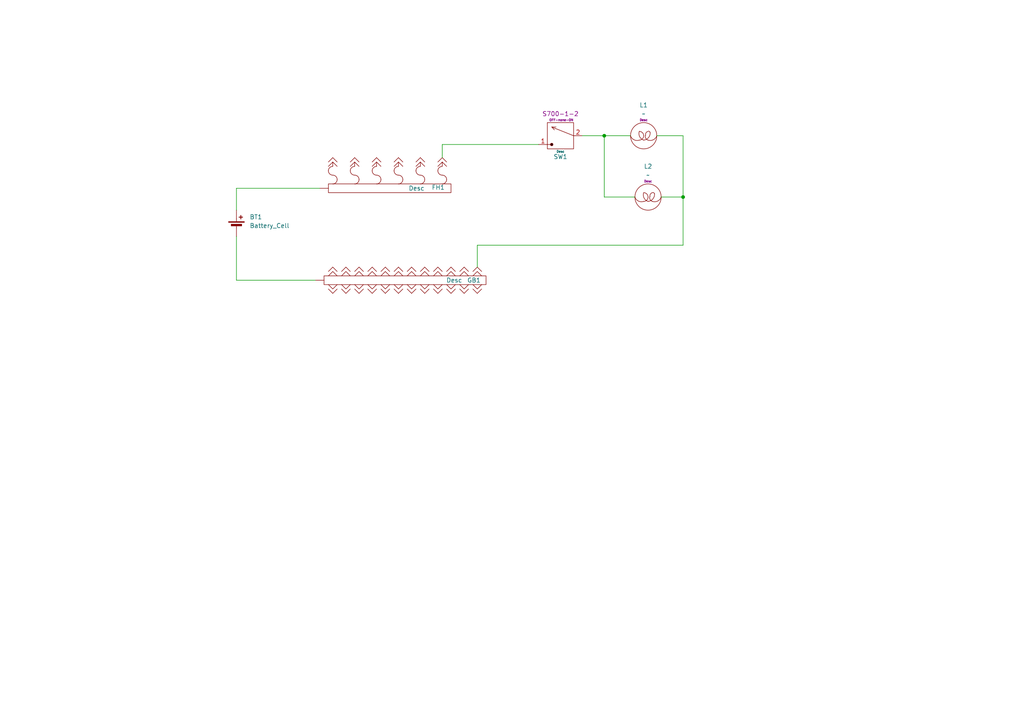
<source format=kicad_sch>
(kicad_sch
	(version 20250114)
	(generator "eeschema")
	(generator_version "9.0")
	(uuid "54b1aeba-9ceb-45cf-abbb-71d5775470ba")
	(paper "A4")
	(lib_symbols
		(symbol "AeroElectricConnectionSymbols:Fuse_Holder_6x"
			(pin_numbers
				(hide yes)
			)
			(pin_names
				(offset 0)
				(hide yes)
			)
			(exclude_from_sim no)
			(in_bom yes)
			(on_board yes)
			(property "Reference" "FH"
				(at -3.556 -14.732 90)
				(do_not_autoplace)
				(effects
					(font
						(size 1.27 1.27)
					)
					(justify left)
				)
			)
			(property "Value" "Desc"
				(at -3.81 -8.89 90)
				(do_not_autoplace)
				(effects
					(font
						(size 1.27 1.27)
					)
					(justify left)
				)
			)
			(property "Footprint" ""
				(at -2.54 11.43 0)
				(effects
					(font
						(size 1.27 1.27)
					)
					(hide yes)
				)
			)
			(property "Datasheet" ""
				(at -2.54 11.43 0)
				(effects
					(font
						(size 1.27 1.27)
					)
					(hide yes)
				)
			)
			(property "Description" ""
				(at -2.54 11.43 0)
				(effects
					(font
						(size 1.27 1.27)
					)
					(hide yes)
				)
			)
			(symbol "Fuse_Holder_6x_0_1"
				(rectangle
					(start -5.08 19.05)
					(end -2.54 -16.51)
					(stroke
						(width 0)
						(type default)
					)
					(fill
						(type none)
					)
				)
				(arc
					(start 0 17.78)
					(mid -0.372 16.882)
					(end -1.27 16.51)
					(stroke
						(width 0)
						(type default)
					)
					(fill
						(type none)
					)
				)
				(arc
					(start 0 11.43)
					(mid -0.372 10.532)
					(end -1.27 10.16)
					(stroke
						(width 0)
						(type default)
					)
					(fill
						(type none)
					)
				)
				(arc
					(start 0 5.08)
					(mid -0.372 4.182)
					(end -1.27 3.81)
					(stroke
						(width 0)
						(type default)
					)
					(fill
						(type none)
					)
				)
				(arc
					(start 0 -1.27)
					(mid -0.372 -2.168)
					(end -1.27 -2.54)
					(stroke
						(width 0)
						(type default)
					)
					(fill
						(type none)
					)
				)
				(arc
					(start 0 -7.62)
					(mid -0.372 -8.518)
					(end -1.27 -8.89)
					(stroke
						(width 0)
						(type default)
					)
					(fill
						(type none)
					)
				)
				(arc
					(start 0 -13.97)
					(mid -0.372 -14.868)
					(end -1.27 -15.24)
					(stroke
						(width 0)
						(type default)
					)
					(fill
						(type none)
					)
				)
				(arc
					(start -1.27 16.51)
					(mid -2.168 16.882)
					(end -2.54 17.78)
					(stroke
						(width 0)
						(type default)
					)
					(fill
						(type none)
					)
				)
				(arc
					(start -1.27 10.16)
					(mid -2.168 10.532)
					(end -2.54 11.43)
					(stroke
						(width 0)
						(type default)
					)
					(fill
						(type none)
					)
				)
				(arc
					(start -1.27 3.81)
					(mid -2.168 4.182)
					(end -2.54 5.08)
					(stroke
						(width 0)
						(type default)
					)
					(fill
						(type none)
					)
				)
				(arc
					(start -1.27 -2.54)
					(mid -2.168 -2.168)
					(end -2.54 -1.27)
					(stroke
						(width 0)
						(type default)
					)
					(fill
						(type none)
					)
				)
				(arc
					(start -1.27 -8.89)
					(mid -2.168 -8.518)
					(end -2.54 -7.62)
					(stroke
						(width 0)
						(type default)
					)
					(fill
						(type none)
					)
				)
				(arc
					(start -1.27 -15.24)
					(mid -2.168 -14.868)
					(end -2.54 -13.97)
					(stroke
						(width 0)
						(type default)
					)
					(fill
						(type none)
					)
				)
				(arc
					(start 0 17.78)
					(mid 0.372 18.678)
					(end 1.27 19.05)
					(stroke
						(width 0)
						(type default)
					)
					(fill
						(type none)
					)
				)
				(arc
					(start 1.27 19.05)
					(mid 2.168 18.678)
					(end 2.54 17.78)
					(stroke
						(width 0)
						(type default)
					)
					(fill
						(type none)
					)
				)
				(arc
					(start 0 11.43)
					(mid 0.372 12.328)
					(end 1.27 12.7)
					(stroke
						(width 0)
						(type default)
					)
					(fill
						(type none)
					)
				)
				(arc
					(start 1.27 12.7)
					(mid 2.168 12.328)
					(end 2.54 11.43)
					(stroke
						(width 0)
						(type default)
					)
					(fill
						(type none)
					)
				)
				(arc
					(start 0 5.08)
					(mid 0.372 5.978)
					(end 1.27 6.35)
					(stroke
						(width 0)
						(type default)
					)
					(fill
						(type none)
					)
				)
				(arc
					(start 1.27 6.35)
					(mid 2.168 5.978)
					(end 2.54 5.08)
					(stroke
						(width 0)
						(type default)
					)
					(fill
						(type none)
					)
				)
				(arc
					(start 0 -1.27)
					(mid 0.372 -0.372)
					(end 1.27 0)
					(stroke
						(width 0)
						(type default)
					)
					(fill
						(type none)
					)
				)
				(arc
					(start 1.27 0)
					(mid 2.168 -0.372)
					(end 2.54 -1.27)
					(stroke
						(width 0)
						(type default)
					)
					(fill
						(type none)
					)
				)
				(arc
					(start 0 -7.62)
					(mid 0.372 -6.722)
					(end 1.27 -6.35)
					(stroke
						(width 0)
						(type default)
					)
					(fill
						(type none)
					)
				)
				(arc
					(start 1.27 -6.35)
					(mid 2.168 -6.722)
					(end 2.54 -7.62)
					(stroke
						(width 0)
						(type default)
					)
					(fill
						(type none)
					)
				)
				(arc
					(start 0 -13.97)
					(mid 0.372 -13.072)
					(end 1.27 -12.7)
					(stroke
						(width 0)
						(type default)
					)
					(fill
						(type none)
					)
				)
				(arc
					(start 1.27 -12.7)
					(mid 2.168 -13.072)
					(end 2.54 -13.97)
					(stroke
						(width 0)
						(type default)
					)
					(fill
						(type none)
					)
				)
				(polyline
					(pts
						(xy 2.54 16.51) (xy 3.81 17.78) (xy 2.54 19.05)
					)
					(stroke
						(width 0)
						(type default)
					)
					(fill
						(type none)
					)
				)
				(polyline
					(pts
						(xy 2.54 10.16) (xy 3.81 11.43) (xy 2.54 12.7)
					)
					(stroke
						(width 0)
						(type default)
					)
					(fill
						(type none)
					)
				)
				(polyline
					(pts
						(xy 2.54 3.81) (xy 3.81 5.08) (xy 2.54 6.35)
					)
					(stroke
						(width 0)
						(type default)
					)
					(fill
						(type none)
					)
				)
				(polyline
					(pts
						(xy 2.54 -2.54) (xy 3.81 -1.27) (xy 2.54 0)
					)
					(stroke
						(width 0)
						(type default)
					)
					(fill
						(type none)
					)
				)
				(polyline
					(pts
						(xy 2.54 -8.89) (xy 3.81 -7.62) (xy 2.54 -6.35)
					)
					(stroke
						(width 0)
						(type default)
					)
					(fill
						(type none)
					)
				)
				(polyline
					(pts
						(xy 2.54 -15.24) (xy 3.81 -13.97) (xy 2.54 -12.7)
					)
					(stroke
						(width 0)
						(type default)
					)
					(fill
						(type none)
					)
				)
				(polyline
					(pts
						(xy 3.81 16.51) (xy 5.08 17.78) (xy 3.81 19.05)
					)
					(stroke
						(width 0)
						(type default)
					)
					(fill
						(type none)
					)
				)
				(polyline
					(pts
						(xy 3.81 10.16) (xy 5.08 11.43) (xy 3.81 12.7)
					)
					(stroke
						(width 0)
						(type default)
					)
					(fill
						(type none)
					)
				)
				(polyline
					(pts
						(xy 3.81 3.81) (xy 5.08 5.08) (xy 3.81 6.35)
					)
					(stroke
						(width 0)
						(type default)
					)
					(fill
						(type none)
					)
				)
				(polyline
					(pts
						(xy 3.81 -2.54) (xy 5.08 -1.27) (xy 3.81 0)
					)
					(stroke
						(width 0)
						(type default)
					)
					(fill
						(type none)
					)
				)
				(polyline
					(pts
						(xy 3.81 -8.89) (xy 5.08 -7.62) (xy 3.81 -6.35)
					)
					(stroke
						(width 0)
						(type default)
					)
					(fill
						(type none)
					)
				)
				(polyline
					(pts
						(xy 3.81 -15.24) (xy 5.08 -13.97) (xy 3.81 -12.7)
					)
					(stroke
						(width 0)
						(type default)
					)
					(fill
						(type none)
					)
				)
			)
			(symbol "Fuse_Holder_6x_1_1"
				(polyline
					(pts
						(xy 2.54 17.78) (xy 2.54 17.78)
					)
					(stroke
						(width 0)
						(type default)
					)
					(fill
						(type none)
					)
				)
				(polyline
					(pts
						(xy 2.54 17.78) (xy 2.54 17.78)
					)
					(stroke
						(width 0)
						(type default)
					)
					(fill
						(type none)
					)
				)
				(polyline
					(pts
						(xy 2.54 11.43) (xy 2.54 11.43)
					)
					(stroke
						(width 0)
						(type default)
					)
					(fill
						(type none)
					)
				)
				(polyline
					(pts
						(xy 2.54 11.43) (xy 2.54 11.43)
					)
					(stroke
						(width 0)
						(type default)
					)
					(fill
						(type none)
					)
				)
				(polyline
					(pts
						(xy 2.54 5.08) (xy 2.54 5.08)
					)
					(stroke
						(width 0)
						(type default)
					)
					(fill
						(type none)
					)
				)
				(polyline
					(pts
						(xy 2.54 5.08) (xy 2.54 5.08)
					)
					(stroke
						(width 0)
						(type default)
					)
					(fill
						(type none)
					)
				)
				(polyline
					(pts
						(xy 2.54 -1.27) (xy 2.54 -1.27)
					)
					(stroke
						(width 0)
						(type default)
					)
					(fill
						(type none)
					)
				)
				(polyline
					(pts
						(xy 2.54 -1.27) (xy 2.54 -1.27)
					)
					(stroke
						(width 0)
						(type default)
					)
					(fill
						(type none)
					)
				)
				(polyline
					(pts
						(xy 2.54 -7.62) (xy 2.54 -7.62)
					)
					(stroke
						(width 0)
						(type default)
					)
					(fill
						(type none)
					)
				)
				(polyline
					(pts
						(xy 2.54 -7.62) (xy 2.54 -7.62)
					)
					(stroke
						(width 0)
						(type default)
					)
					(fill
						(type none)
					)
				)
				(polyline
					(pts
						(xy 2.54 -13.97) (xy 2.54 -13.97)
					)
					(stroke
						(width 0)
						(type default)
					)
					(fill
						(type none)
					)
				)
				(polyline
					(pts
						(xy 2.54 -13.97) (xy 2.54 -13.97)
					)
					(stroke
						(width 0)
						(type default)
					)
					(fill
						(type none)
					)
				)
				(polyline
					(pts
						(xy 3.81 17.78) (xy 2.54 17.78)
					)
					(stroke
						(width 0)
						(type default)
					)
					(fill
						(type none)
					)
				)
				(polyline
					(pts
						(xy 3.81 11.43) (xy 2.54 11.43)
					)
					(stroke
						(width 0)
						(type default)
					)
					(fill
						(type none)
					)
				)
				(polyline
					(pts
						(xy 3.81 5.08) (xy 2.54 5.08)
					)
					(stroke
						(width 0)
						(type default)
					)
					(fill
						(type none)
					)
				)
				(polyline
					(pts
						(xy 3.81 -1.27) (xy 2.54 -1.27)
					)
					(stroke
						(width 0)
						(type default)
					)
					(fill
						(type none)
					)
				)
				(polyline
					(pts
						(xy 3.81 -7.62) (xy 2.54 -7.62)
					)
					(stroke
						(width 0)
						(type default)
					)
					(fill
						(type none)
					)
				)
				(polyline
					(pts
						(xy 3.81 -13.97) (xy 2.54 -13.97)
					)
					(stroke
						(width 0)
						(type default)
					)
					(fill
						(type none)
					)
				)
				(pin passive line
					(at -3.81 21.59 270)
					(length 2.54)
					(name "Pwr"
						(effects
							(font
								(size 1.27 1.27)
							)
						)
					)
					(number "1"
						(effects
							(font
								(size 1.27 1.27)
							)
						)
					)
				)
				(pin passive line
					(at 5.08 17.78 180)
					(length 0)
					(name "Desc"
						(effects
							(font
								(size 1.27 1.27)
							)
						)
					)
					(number "Val_A"
						(effects
							(font
								(size 1.27 1.27)
							)
						)
					)
				)
				(pin passive line
					(at 5.08 11.43 180)
					(length 0)
					(name "Desc"
						(effects
							(font
								(size 1.27 1.27)
							)
						)
					)
					(number "Val_A"
						(effects
							(font
								(size 1.27 1.27)
							)
						)
					)
				)
				(pin passive line
					(at 5.08 5.08 180)
					(length 0)
					(name "Desc"
						(effects
							(font
								(size 1.27 1.27)
							)
						)
					)
					(number "Val_A"
						(effects
							(font
								(size 1.27 1.27)
							)
						)
					)
				)
				(pin passive line
					(at 5.08 -1.27 180)
					(length 0)
					(name "Desc"
						(effects
							(font
								(size 1.27 1.27)
							)
						)
					)
					(number "Val_A"
						(effects
							(font
								(size 1.27 1.27)
							)
						)
					)
				)
				(pin passive line
					(at 5.08 -7.62 180)
					(length 0)
					(name "Desc"
						(effects
							(font
								(size 1.27 1.27)
							)
						)
					)
					(number "Val_A"
						(effects
							(font
								(size 1.27 1.27)
							)
						)
					)
				)
				(pin passive line
					(at 5.08 -13.97 180)
					(length 0)
					(name "Desc"
						(effects
							(font
								(size 1.27 1.27)
							)
						)
					)
					(number "Val_A"
						(effects
							(font
								(size 1.27 1.27)
							)
						)
					)
				)
			)
			(embedded_fonts no)
		)
		(symbol "AeroElectricConnectionSymbols:Ground_Block_24x"
			(pin_numbers
				(hide yes)
			)
			(pin_names
				(offset 0)
				(hide yes)
			)
			(exclude_from_sim no)
			(in_bom yes)
			(on_board yes)
			(property "Reference" "GB"
				(at 0 -22.606 90)
				(do_not_autoplace)
				(effects
					(font
						(size 1.27 1.27)
					)
					(justify left)
				)
			)
			(property "Value" "Desc"
				(at 0 -17.272 90)
				(do_not_autoplace)
				(effects
					(font
						(size 1.27 1.27)
					)
					(justify left)
				)
			)
			(property "Footprint" ""
				(at 1.27 13.97 0)
				(effects
					(font
						(size 1.27 1.27)
					)
					(hide yes)
				)
			)
			(property "Datasheet" "GB24 Grounding Block"
				(at 1.27 13.97 0)
				(effects
					(font
						(size 1.27 1.27)
					)
					(hide yes)
				)
			)
			(property "Description" ""
				(at 1.27 13.97 0)
				(effects
					(font
						(size 1.27 1.27)
					)
					(hide yes)
				)
			)
			(symbol "Ground_Block_24x_0_1"
				(polyline
					(pts
						(xy -2.54 21.59) (xy -3.81 20.32) (xy -2.54 19.05)
					)
					(stroke
						(width 0)
						(type default)
					)
					(fill
						(type none)
					)
				)
				(polyline
					(pts
						(xy -2.54 17.78) (xy -3.81 16.51) (xy -2.54 15.24)
					)
					(stroke
						(width 0)
						(type default)
					)
					(fill
						(type none)
					)
				)
				(polyline
					(pts
						(xy -2.54 13.97) (xy -3.81 12.7) (xy -2.54 11.43)
					)
					(stroke
						(width 0)
						(type default)
					)
					(fill
						(type none)
					)
				)
				(polyline
					(pts
						(xy -2.54 10.16) (xy -3.81 8.89) (xy -2.54 7.62)
					)
					(stroke
						(width 0)
						(type default)
					)
					(fill
						(type none)
					)
				)
				(polyline
					(pts
						(xy -2.54 6.35) (xy -3.81 5.08) (xy -2.54 3.81)
					)
					(stroke
						(width 0)
						(type default)
					)
					(fill
						(type none)
					)
				)
				(polyline
					(pts
						(xy -2.54 2.54) (xy -3.81 1.27) (xy -2.54 0)
					)
					(stroke
						(width 0)
						(type default)
					)
					(fill
						(type none)
					)
				)
				(polyline
					(pts
						(xy -2.54 -1.27) (xy -3.81 -2.54) (xy -2.54 -3.81)
					)
					(stroke
						(width 0)
						(type default)
					)
					(fill
						(type none)
					)
				)
				(polyline
					(pts
						(xy -2.54 -5.08) (xy -3.81 -6.35) (xy -2.54 -7.62)
					)
					(stroke
						(width 0)
						(type default)
					)
					(fill
						(type none)
					)
				)
				(polyline
					(pts
						(xy -2.54 -8.89) (xy -3.81 -10.16) (xy -2.54 -11.43)
					)
					(stroke
						(width 0)
						(type default)
					)
					(fill
						(type none)
					)
				)
				(polyline
					(pts
						(xy -2.54 -12.7) (xy -3.81 -13.97) (xy -2.54 -15.24)
					)
					(stroke
						(width 0)
						(type default)
					)
					(fill
						(type none)
					)
				)
				(polyline
					(pts
						(xy -2.54 -16.51) (xy -3.81 -17.78) (xy -2.54 -19.05)
					)
					(stroke
						(width 0)
						(type default)
					)
					(fill
						(type none)
					)
				)
				(polyline
					(pts
						(xy -2.54 -20.32) (xy -3.81 -21.59) (xy -2.54 -22.86)
					)
					(stroke
						(width 0)
						(type default)
					)
					(fill
						(type none)
					)
				)
				(rectangle
					(start -1.27 22.86)
					(end 1.27 -24.13)
					(stroke
						(width 0)
						(type default)
					)
					(fill
						(type none)
					)
				)
				(polyline
					(pts
						(xy -1.27 21.59) (xy -2.54 20.32) (xy -1.27 19.05)
					)
					(stroke
						(width 0)
						(type default)
					)
					(fill
						(type none)
					)
				)
				(polyline
					(pts
						(xy -1.27 17.78) (xy -2.54 16.51) (xy -1.27 15.24)
					)
					(stroke
						(width 0)
						(type default)
					)
					(fill
						(type none)
					)
				)
				(polyline
					(pts
						(xy -1.27 13.97) (xy -2.54 12.7) (xy -1.27 11.43)
					)
					(stroke
						(width 0)
						(type default)
					)
					(fill
						(type none)
					)
				)
				(polyline
					(pts
						(xy -1.27 10.16) (xy -2.54 8.89) (xy -1.27 7.62)
					)
					(stroke
						(width 0)
						(type default)
					)
					(fill
						(type none)
					)
				)
				(polyline
					(pts
						(xy -1.27 6.35) (xy -2.54 5.08) (xy -1.27 3.81)
					)
					(stroke
						(width 0)
						(type default)
					)
					(fill
						(type none)
					)
				)
				(polyline
					(pts
						(xy -1.27 2.54) (xy -2.54 1.27) (xy -1.27 0)
					)
					(stroke
						(width 0)
						(type default)
					)
					(fill
						(type none)
					)
				)
				(polyline
					(pts
						(xy -1.27 -1.27) (xy -2.54 -2.54) (xy -1.27 -3.81)
					)
					(stroke
						(width 0)
						(type default)
					)
					(fill
						(type none)
					)
				)
				(polyline
					(pts
						(xy -1.27 -5.08) (xy -2.54 -6.35) (xy -1.27 -7.62)
					)
					(stroke
						(width 0)
						(type default)
					)
					(fill
						(type none)
					)
				)
				(polyline
					(pts
						(xy -1.27 -8.89) (xy -2.54 -10.16) (xy -1.27 -11.43)
					)
					(stroke
						(width 0)
						(type default)
					)
					(fill
						(type none)
					)
				)
				(polyline
					(pts
						(xy -1.27 -12.7) (xy -2.54 -13.97) (xy -1.27 -15.24)
					)
					(stroke
						(width 0)
						(type default)
					)
					(fill
						(type none)
					)
				)
				(polyline
					(pts
						(xy -1.27 -16.51) (xy -2.54 -17.78) (xy -1.27 -19.05)
					)
					(stroke
						(width 0)
						(type default)
					)
					(fill
						(type none)
					)
				)
				(polyline
					(pts
						(xy -1.27 -20.32) (xy -2.54 -21.59) (xy -1.27 -22.86)
					)
					(stroke
						(width 0)
						(type default)
					)
					(fill
						(type none)
					)
				)
				(polyline
					(pts
						(xy 1.27 19.05) (xy 2.54 20.32) (xy 1.27 21.59)
					)
					(stroke
						(width 0)
						(type default)
					)
					(fill
						(type none)
					)
				)
				(polyline
					(pts
						(xy 1.27 15.24) (xy 2.54 16.51) (xy 1.27 17.78)
					)
					(stroke
						(width 0)
						(type default)
					)
					(fill
						(type none)
					)
				)
				(polyline
					(pts
						(xy 1.27 11.43) (xy 2.54 12.7) (xy 1.27 13.97)
					)
					(stroke
						(width 0)
						(type default)
					)
					(fill
						(type none)
					)
				)
				(polyline
					(pts
						(xy 1.27 7.62) (xy 2.54 8.89) (xy 1.27 10.16)
					)
					(stroke
						(width 0)
						(type default)
					)
					(fill
						(type none)
					)
				)
				(polyline
					(pts
						(xy 1.27 3.81) (xy 2.54 5.08) (xy 1.27 6.35)
					)
					(stroke
						(width 0)
						(type default)
					)
					(fill
						(type none)
					)
				)
				(polyline
					(pts
						(xy 1.27 0) (xy 2.54 1.27) (xy 1.27 2.54)
					)
					(stroke
						(width 0)
						(type default)
					)
					(fill
						(type none)
					)
				)
				(polyline
					(pts
						(xy 1.27 -3.81) (xy 2.54 -2.54) (xy 1.27 -1.27)
					)
					(stroke
						(width 0)
						(type default)
					)
					(fill
						(type none)
					)
				)
				(polyline
					(pts
						(xy 1.27 -7.62) (xy 2.54 -6.35) (xy 1.27 -5.08)
					)
					(stroke
						(width 0)
						(type default)
					)
					(fill
						(type none)
					)
				)
				(polyline
					(pts
						(xy 1.27 -11.43) (xy 2.54 -10.16) (xy 1.27 -8.89)
					)
					(stroke
						(width 0)
						(type default)
					)
					(fill
						(type none)
					)
				)
				(polyline
					(pts
						(xy 1.27 -15.24) (xy 2.54 -13.97) (xy 1.27 -12.7)
					)
					(stroke
						(width 0)
						(type default)
					)
					(fill
						(type none)
					)
				)
				(polyline
					(pts
						(xy 1.27 -19.05) (xy 2.54 -17.78) (xy 1.27 -16.51)
					)
					(stroke
						(width 0)
						(type default)
					)
					(fill
						(type none)
					)
				)
				(polyline
					(pts
						(xy 1.27 -22.86) (xy 2.54 -21.59) (xy 1.27 -20.32)
					)
					(stroke
						(width 0)
						(type default)
					)
					(fill
						(type none)
					)
				)
				(polyline
					(pts
						(xy 2.54 19.05) (xy 3.81 20.32) (xy 2.54 21.59)
					)
					(stroke
						(width 0)
						(type default)
					)
					(fill
						(type none)
					)
				)
				(polyline
					(pts
						(xy 2.54 15.24) (xy 3.81 16.51) (xy 2.54 17.78)
					)
					(stroke
						(width 0)
						(type default)
					)
					(fill
						(type none)
					)
				)
				(polyline
					(pts
						(xy 2.54 11.43) (xy 3.81 12.7) (xy 2.54 13.97)
					)
					(stroke
						(width 0)
						(type default)
					)
					(fill
						(type none)
					)
				)
				(polyline
					(pts
						(xy 2.54 7.62) (xy 3.81 8.89) (xy 2.54 10.16)
					)
					(stroke
						(width 0)
						(type default)
					)
					(fill
						(type none)
					)
				)
				(polyline
					(pts
						(xy 2.54 3.81) (xy 3.81 5.08) (xy 2.54 6.35)
					)
					(stroke
						(width 0)
						(type default)
					)
					(fill
						(type none)
					)
				)
				(polyline
					(pts
						(xy 2.54 0) (xy 3.81 1.27) (xy 2.54 2.54)
					)
					(stroke
						(width 0)
						(type default)
					)
					(fill
						(type none)
					)
				)
				(polyline
					(pts
						(xy 2.54 -3.81) (xy 3.81 -2.54) (xy 2.54 -1.27)
					)
					(stroke
						(width 0)
						(type default)
					)
					(fill
						(type none)
					)
				)
				(polyline
					(pts
						(xy 2.54 -7.62) (xy 3.81 -6.35) (xy 2.54 -5.08)
					)
					(stroke
						(width 0)
						(type default)
					)
					(fill
						(type none)
					)
				)
				(polyline
					(pts
						(xy 2.54 -11.43) (xy 3.81 -10.16) (xy 2.54 -8.89)
					)
					(stroke
						(width 0)
						(type default)
					)
					(fill
						(type none)
					)
				)
				(polyline
					(pts
						(xy 2.54 -15.24) (xy 3.81 -13.97) (xy 2.54 -12.7)
					)
					(stroke
						(width 0)
						(type default)
					)
					(fill
						(type none)
					)
				)
				(polyline
					(pts
						(xy 2.54 -19.05) (xy 3.81 -17.78) (xy 2.54 -16.51)
					)
					(stroke
						(width 0)
						(type default)
					)
					(fill
						(type none)
					)
				)
				(polyline
					(pts
						(xy 2.54 -22.86) (xy 3.81 -21.59) (xy 2.54 -20.32)
					)
					(stroke
						(width 0)
						(type default)
					)
					(fill
						(type none)
					)
				)
			)
			(symbol "Ground_Block_24x_1_1"
				(polyline
					(pts
						(xy -6.35 20.32) (xy -6.35 20.32)
					)
					(stroke
						(width 0)
						(type default)
					)
					(fill
						(type none)
					)
				)
				(polyline
					(pts
						(xy -6.35 20.32) (xy -6.35 20.32)
					)
					(stroke
						(width 0)
						(type default)
					)
					(fill
						(type none)
					)
				)
				(polyline
					(pts
						(xy -6.35 16.51) (xy -6.35 16.51)
					)
					(stroke
						(width 0)
						(type default)
					)
					(fill
						(type none)
					)
				)
				(polyline
					(pts
						(xy -6.35 16.51) (xy -6.35 16.51)
					)
					(stroke
						(width 0)
						(type default)
					)
					(fill
						(type none)
					)
				)
				(polyline
					(pts
						(xy -6.35 12.7) (xy -6.35 12.7)
					)
					(stroke
						(width 0)
						(type default)
					)
					(fill
						(type none)
					)
				)
				(polyline
					(pts
						(xy -6.35 12.7) (xy -6.35 12.7)
					)
					(stroke
						(width 0)
						(type default)
					)
					(fill
						(type none)
					)
				)
				(polyline
					(pts
						(xy -6.35 8.89) (xy -6.35 8.89)
					)
					(stroke
						(width 0)
						(type default)
					)
					(fill
						(type none)
					)
				)
				(polyline
					(pts
						(xy -6.35 8.89) (xy -6.35 8.89)
					)
					(stroke
						(width 0)
						(type default)
					)
					(fill
						(type none)
					)
				)
				(polyline
					(pts
						(xy -6.35 5.08) (xy -6.35 5.08)
					)
					(stroke
						(width 0)
						(type default)
					)
					(fill
						(type none)
					)
				)
				(polyline
					(pts
						(xy -6.35 5.08) (xy -6.35 5.08)
					)
					(stroke
						(width 0)
						(type default)
					)
					(fill
						(type none)
					)
				)
				(polyline
					(pts
						(xy -6.35 1.27) (xy -6.35 1.27)
					)
					(stroke
						(width 0)
						(type default)
					)
					(fill
						(type none)
					)
				)
				(polyline
					(pts
						(xy -6.35 1.27) (xy -6.35 1.27)
					)
					(stroke
						(width 0)
						(type default)
					)
					(fill
						(type none)
					)
				)
				(polyline
					(pts
						(xy -6.35 -2.54) (xy -6.35 -2.54)
					)
					(stroke
						(width 0)
						(type default)
					)
					(fill
						(type none)
					)
				)
				(polyline
					(pts
						(xy -6.35 -2.54) (xy -6.35 -2.54)
					)
					(stroke
						(width 0)
						(type default)
					)
					(fill
						(type none)
					)
				)
				(polyline
					(pts
						(xy -6.35 -6.35) (xy -6.35 -6.35)
					)
					(stroke
						(width 0)
						(type default)
					)
					(fill
						(type none)
					)
				)
				(polyline
					(pts
						(xy -6.35 -6.35) (xy -6.35 -6.35)
					)
					(stroke
						(width 0)
						(type default)
					)
					(fill
						(type none)
					)
				)
				(polyline
					(pts
						(xy -6.35 -10.16) (xy -6.35 -10.16)
					)
					(stroke
						(width 0)
						(type default)
					)
					(fill
						(type none)
					)
				)
				(polyline
					(pts
						(xy -6.35 -10.16) (xy -6.35 -10.16)
					)
					(stroke
						(width 0)
						(type default)
					)
					(fill
						(type none)
					)
				)
				(polyline
					(pts
						(xy -6.35 -13.97) (xy -6.35 -13.97)
					)
					(stroke
						(width 0)
						(type default)
					)
					(fill
						(type none)
					)
				)
				(polyline
					(pts
						(xy -6.35 -13.97) (xy -6.35 -13.97)
					)
					(stroke
						(width 0)
						(type default)
					)
					(fill
						(type none)
					)
				)
				(polyline
					(pts
						(xy -6.35 -17.78) (xy -6.35 -17.78)
					)
					(stroke
						(width 0)
						(type default)
					)
					(fill
						(type none)
					)
				)
				(polyline
					(pts
						(xy -6.35 -17.78) (xy -6.35 -17.78)
					)
					(stroke
						(width 0)
						(type default)
					)
					(fill
						(type none)
					)
				)
				(polyline
					(pts
						(xy -6.35 -21.59) (xy -6.35 -21.59)
					)
					(stroke
						(width 0)
						(type default)
					)
					(fill
						(type none)
					)
				)
				(polyline
					(pts
						(xy -6.35 -21.59) (xy -6.35 -21.59)
					)
					(stroke
						(width 0)
						(type default)
					)
					(fill
						(type none)
					)
				)
				(polyline
					(pts
						(xy 6.35 20.32) (xy 6.35 20.32)
					)
					(stroke
						(width 0)
						(type default)
					)
					(fill
						(type none)
					)
				)
				(polyline
					(pts
						(xy 6.35 20.32) (xy 6.35 20.32)
					)
					(stroke
						(width 0)
						(type default)
					)
					(fill
						(type none)
					)
				)
				(polyline
					(pts
						(xy 6.35 16.51) (xy 6.35 16.51)
					)
					(stroke
						(width 0)
						(type default)
					)
					(fill
						(type none)
					)
				)
				(polyline
					(pts
						(xy 6.35 16.51) (xy 6.35 16.51)
					)
					(stroke
						(width 0)
						(type default)
					)
					(fill
						(type none)
					)
				)
				(polyline
					(pts
						(xy 6.35 12.7) (xy 6.35 12.7)
					)
					(stroke
						(width 0)
						(type default)
					)
					(fill
						(type none)
					)
				)
				(polyline
					(pts
						(xy 6.35 12.7) (xy 6.35 12.7)
					)
					(stroke
						(width 0)
						(type default)
					)
					(fill
						(type none)
					)
				)
				(polyline
					(pts
						(xy 6.35 8.89) (xy 6.35 8.89)
					)
					(stroke
						(width 0)
						(type default)
					)
					(fill
						(type none)
					)
				)
				(polyline
					(pts
						(xy 6.35 8.89) (xy 6.35 8.89)
					)
					(stroke
						(width 0)
						(type default)
					)
					(fill
						(type none)
					)
				)
				(polyline
					(pts
						(xy 6.35 5.08) (xy 6.35 5.08)
					)
					(stroke
						(width 0)
						(type default)
					)
					(fill
						(type none)
					)
				)
				(polyline
					(pts
						(xy 6.35 5.08) (xy 6.35 5.08)
					)
					(stroke
						(width 0)
						(type default)
					)
					(fill
						(type none)
					)
				)
				(polyline
					(pts
						(xy 6.35 1.27) (xy 6.35 1.27)
					)
					(stroke
						(width 0)
						(type default)
					)
					(fill
						(type none)
					)
				)
				(polyline
					(pts
						(xy 6.35 1.27) (xy 6.35 1.27)
					)
					(stroke
						(width 0)
						(type default)
					)
					(fill
						(type none)
					)
				)
				(polyline
					(pts
						(xy 6.35 -2.54) (xy 6.35 -2.54)
					)
					(stroke
						(width 0)
						(type default)
					)
					(fill
						(type none)
					)
				)
				(polyline
					(pts
						(xy 6.35 -2.54) (xy 6.35 -2.54)
					)
					(stroke
						(width 0)
						(type default)
					)
					(fill
						(type none)
					)
				)
				(polyline
					(pts
						(xy 6.35 -6.35) (xy 6.35 -6.35)
					)
					(stroke
						(width 0)
						(type default)
					)
					(fill
						(type none)
					)
				)
				(polyline
					(pts
						(xy 6.35 -6.35) (xy 6.35 -6.35)
					)
					(stroke
						(width 0)
						(type default)
					)
					(fill
						(type none)
					)
				)
				(polyline
					(pts
						(xy 6.35 -10.16) (xy 6.35 -10.16)
					)
					(stroke
						(width 0)
						(type default)
					)
					(fill
						(type none)
					)
				)
				(polyline
					(pts
						(xy 6.35 -10.16) (xy 6.35 -10.16)
					)
					(stroke
						(width 0)
						(type default)
					)
					(fill
						(type none)
					)
				)
				(polyline
					(pts
						(xy 6.35 -13.97) (xy 6.35 -13.97)
					)
					(stroke
						(width 0)
						(type default)
					)
					(fill
						(type none)
					)
				)
				(polyline
					(pts
						(xy 6.35 -13.97) (xy 6.35 -13.97)
					)
					(stroke
						(width 0)
						(type default)
					)
					(fill
						(type none)
					)
				)
				(polyline
					(pts
						(xy 6.35 -17.78) (xy 6.35 -17.78)
					)
					(stroke
						(width 0)
						(type default)
					)
					(fill
						(type none)
					)
				)
				(polyline
					(pts
						(xy 6.35 -17.78) (xy 6.35 -17.78)
					)
					(stroke
						(width 0)
						(type default)
					)
					(fill
						(type none)
					)
				)
				(polyline
					(pts
						(xy 6.35 -21.59) (xy 6.35 -21.59)
					)
					(stroke
						(width 0)
						(type default)
					)
					(fill
						(type none)
					)
				)
				(polyline
					(pts
						(xy 6.35 -21.59) (xy 6.35 -21.59)
					)
					(stroke
						(width 0)
						(type default)
					)
					(fill
						(type none)
					)
				)
				(pin passive line
					(at -3.81 20.32 0)
					(length 0)
					(name "Desc"
						(effects
							(font
								(size 1.27 1.27)
							)
						)
					)
					(number "Val_A"
						(effects
							(font
								(size 1.27 1.27)
							)
						)
					)
				)
				(pin passive line
					(at -3.81 16.51 0)
					(length 0)
					(name "Desc"
						(effects
							(font
								(size 1.27 1.27)
							)
						)
					)
					(number "Val_A"
						(effects
							(font
								(size 1.27 1.27)
							)
						)
					)
				)
				(pin passive line
					(at -3.81 12.7 0)
					(length 0)
					(name "Desc"
						(effects
							(font
								(size 1.27 1.27)
							)
						)
					)
					(number "Val_A"
						(effects
							(font
								(size 1.27 1.27)
							)
						)
					)
				)
				(pin passive line
					(at -3.81 8.89 0)
					(length 0)
					(name "Desc"
						(effects
							(font
								(size 1.27 1.27)
							)
						)
					)
					(number "Val_A"
						(effects
							(font
								(size 1.27 1.27)
							)
						)
					)
				)
				(pin passive line
					(at -3.81 5.08 0)
					(length 0)
					(name "Desc"
						(effects
							(font
								(size 1.27 1.27)
							)
						)
					)
					(number "Val_A"
						(effects
							(font
								(size 1.27 1.27)
							)
						)
					)
				)
				(pin passive line
					(at -3.81 1.27 0)
					(length 0)
					(name "Desc"
						(effects
							(font
								(size 1.27 1.27)
							)
						)
					)
					(number "Val_A"
						(effects
							(font
								(size 1.27 1.27)
							)
						)
					)
				)
				(pin passive line
					(at -3.81 -2.54 0)
					(length 0)
					(name "Desc"
						(effects
							(font
								(size 1.27 1.27)
							)
						)
					)
					(number "Val_A"
						(effects
							(font
								(size 1.27 1.27)
							)
						)
					)
				)
				(pin passive line
					(at -3.81 -6.35 0)
					(length 0)
					(name "Desc"
						(effects
							(font
								(size 1.27 1.27)
							)
						)
					)
					(number "Val_A"
						(effects
							(font
								(size 1.27 1.27)
							)
						)
					)
				)
				(pin passive line
					(at -3.81 -10.16 0)
					(length 0)
					(name "Desc"
						(effects
							(font
								(size 1.27 1.27)
							)
						)
					)
					(number "Val_A"
						(effects
							(font
								(size 1.27 1.27)
							)
						)
					)
				)
				(pin passive line
					(at -3.81 -13.97 0)
					(length 0)
					(name "Desc"
						(effects
							(font
								(size 1.27 1.27)
							)
						)
					)
					(number "Val_A"
						(effects
							(font
								(size 1.27 1.27)
							)
						)
					)
				)
				(pin passive line
					(at -3.81 -17.78 0)
					(length 0)
					(name "Desc"
						(effects
							(font
								(size 1.27 1.27)
							)
						)
					)
					(number "Val_A"
						(effects
							(font
								(size 1.27 1.27)
							)
						)
					)
				)
				(pin passive line
					(at -3.81 -21.59 0)
					(length 0)
					(name "Desc"
						(effects
							(font
								(size 1.27 1.27)
							)
						)
					)
					(number "Val_A"
						(effects
							(font
								(size 1.27 1.27)
							)
						)
					)
				)
				(pin passive line
					(at 0 25.4 270)
					(length 2.54)
					(name "Pwr"
						(effects
							(font
								(size 1.27 1.27)
							)
						)
					)
					(number "1"
						(effects
							(font
								(size 1.27 1.27)
							)
						)
					)
				)
				(pin passive line
					(at 3.81 20.32 180)
					(length 0)
					(name "Desc"
						(effects
							(font
								(size 1.27 1.27)
							)
						)
					)
					(number "Val_A"
						(effects
							(font
								(size 1.27 1.27)
							)
						)
					)
				)
				(pin passive line
					(at 3.81 16.51 180)
					(length 0)
					(name "Desc"
						(effects
							(font
								(size 1.27 1.27)
							)
						)
					)
					(number "Val_A"
						(effects
							(font
								(size 1.27 1.27)
							)
						)
					)
				)
				(pin passive line
					(at 3.81 12.7 180)
					(length 0)
					(name "Desc"
						(effects
							(font
								(size 1.27 1.27)
							)
						)
					)
					(number "Val_A"
						(effects
							(font
								(size 1.27 1.27)
							)
						)
					)
				)
				(pin passive line
					(at 3.81 8.89 180)
					(length 0)
					(name "Desc"
						(effects
							(font
								(size 1.27 1.27)
							)
						)
					)
					(number "Val_A"
						(effects
							(font
								(size 1.27 1.27)
							)
						)
					)
				)
				(pin passive line
					(at 3.81 5.08 180)
					(length 0)
					(name "Desc"
						(effects
							(font
								(size 1.27 1.27)
							)
						)
					)
					(number "Val_A"
						(effects
							(font
								(size 1.27 1.27)
							)
						)
					)
				)
				(pin passive line
					(at 3.81 1.27 180)
					(length 0)
					(name "Desc"
						(effects
							(font
								(size 1.27 1.27)
							)
						)
					)
					(number "Val_A"
						(effects
							(font
								(size 1.27 1.27)
							)
						)
					)
				)
				(pin passive line
					(at 3.81 -2.54 180)
					(length 0)
					(name "Desc"
						(effects
							(font
								(size 1.27 1.27)
							)
						)
					)
					(number "Val_A"
						(effects
							(font
								(size 1.27 1.27)
							)
						)
					)
				)
				(pin passive line
					(at 3.81 -6.35 180)
					(length 0)
					(name "Desc"
						(effects
							(font
								(size 1.27 1.27)
							)
						)
					)
					(number "Val_A"
						(effects
							(font
								(size 1.27 1.27)
							)
						)
					)
				)
				(pin passive line
					(at 3.81 -10.16 180)
					(length 0)
					(name "Desc"
						(effects
							(font
								(size 1.27 1.27)
							)
						)
					)
					(number "Val_A"
						(effects
							(font
								(size 1.27 1.27)
							)
						)
					)
				)
				(pin passive line
					(at 3.81 -13.97 180)
					(length 0)
					(name "Desc"
						(effects
							(font
								(size 1.27 1.27)
							)
						)
					)
					(number "Val_A"
						(effects
							(font
								(size 1.27 1.27)
							)
						)
					)
				)
				(pin passive line
					(at 3.81 -17.78 180)
					(length 0)
					(name "Desc"
						(effects
							(font
								(size 1.27 1.27)
							)
						)
					)
					(number "Val_A"
						(effects
							(font
								(size 1.27 1.27)
							)
						)
					)
				)
				(pin passive line
					(at 3.81 -21.59 180)
					(length 0)
					(name "Desc"
						(effects
							(font
								(size 1.27 1.27)
							)
						)
					)
					(number "Val_A"
						(effects
							(font
								(size 1.27 1.27)
							)
						)
					)
				)
			)
			(embedded_fonts no)
		)
		(symbol "AeroElectricConnectionSymbols:Lamp"
			(pin_numbers
				(hide yes)
			)
			(pin_names
				(hide yes)
			)
			(exclude_from_sim no)
			(in_bom yes)
			(on_board yes)
			(property "Reference" "L"
				(at 0 6.096 0)
				(effects
					(font
						(size 1.27 1.27)
					)
				)
			)
			(property "Value" ""
				(at 0 0 90)
				(effects
					(font
						(size 1.27 1.27)
					)
				)
			)
			(property "Footprint" ""
				(at 0 0 90)
				(effects
					(font
						(size 1.27 1.27)
					)
					(hide yes)
				)
			)
			(property "Datasheet" ""
				(at 0 0 90)
				(effects
					(font
						(size 1.27 1.27)
					)
					(hide yes)
				)
			)
			(property "Description" "Desc"
				(at 0 4.572 0)
				(do_not_autoplace)
				(effects
					(font
						(size 0.635 0.635)
					)
				)
			)
			(symbol "Lamp_0_1"
				(arc
					(start -1.27 -1.27)
					(mid -2.803 -1.1611)
					(end -3.81 0)
					(stroke
						(width 0)
						(type default)
					)
					(fill
						(type none)
					)
				)
				(arc
					(start 0 0)
					(mid -0.372 -0.898)
					(end -1.27 -1.27)
					(stroke
						(width 0)
						(type default)
					)
					(fill
						(type none)
					)
				)
				(arc
					(start -1.27 1.27)
					(mid -0.372 0.898)
					(end 0 0)
					(stroke
						(width 0)
						(type default)
					)
					(fill
						(type none)
					)
				)
				(arc
					(start 1.8758 0.9538)
					(mid 1.3985 -0.5466)
					(end 0 -1.27)
					(stroke
						(width 0)
						(type default)
					)
					(fill
						(type none)
					)
				)
				(circle
					(center 0 0)
					(radius 3.81)
					(stroke
						(width 0)
						(type default)
					)
					(fill
						(type none)
					)
				)
				(arc
					(start 0 -1.27)
					(mid -1.1611 -0.263)
					(end -1.27 1.27)
					(stroke
						(width 0)
						(type default)
					)
					(fill
						(type none)
					)
				)
				(arc
					(start 1.3671 1.3353)
					(mid 1.6919 1.2279)
					(end 1.844 0.922)
					(stroke
						(width 0)
						(type default)
					)
					(fill
						(type none)
					)
				)
				(arc
					(start 0.5722 0.1271)
					(mid 0.6847 0.8428)
					(end 1.27 1.27)
					(stroke
						(width 0)
						(type default)
					)
					(fill
						(type none)
					)
				)
				(arc
					(start 1.27 -1.27)
					(mid 0.6002 -0.7291)
					(end 0.5086 0.1271)
					(stroke
						(width 0)
						(type default)
					)
					(fill
						(type none)
					)
				)
				(arc
					(start 3.81 0)
					(mid 2.803 -1.1611)
					(end 1.27 -1.27)
					(stroke
						(width 0)
						(type default)
					)
					(fill
						(type none)
					)
				)
			)
			(symbol "Lamp_1_1"
				(pin passive line
					(at -3.81 0 0)
					(length 0)
					(name "In"
						(effects
							(font
								(size 1.27 1.27)
							)
						)
					)
					(number "1"
						(effects
							(font
								(size 1.27 1.27)
							)
						)
					)
				)
				(pin passive line
					(at 3.81 0 180)
					(length 0)
					(name "Out"
						(effects
							(font
								(size 1.27 1.27)
							)
						)
					)
					(number "2"
						(effects
							(font
								(size 1.27 1.27)
							)
						)
					)
				)
			)
			(embedded_fonts no)
		)
		(symbol "AeroElectricConnectionSymbols:S700-1-2"
			(pin_names
				(hide yes)
			)
			(exclude_from_sim no)
			(in_bom yes)
			(on_board yes)
			(property "Reference" "SW"
				(at 0 6.096 0)
				(do_not_autoplace)
				(effects
					(font
						(size 1.27 1.27)
					)
				)
			)
			(property "Value" "Desc"
				(at 0 4.572 0)
				(do_not_autoplace)
				(effects
					(font
						(size 0.635 0.635)
					)
				)
			)
			(property "Footprint" ""
				(at 0 3.048 0)
				(effects
					(font
						(size 1.27 1.27)
					)
					(hide yes)
				)
			)
			(property "Datasheet" "S700-1-2"
				(at -0.254 -7.366 0)
				(effects
					(font
						(size 1.27 1.27)
					)
				)
			)
			(property "Description" "OFF-none-ON"
				(at -0.254 -4.572 0)
				(do_not_autoplace)
				(effects
					(font
						(size 0.635 0.635)
					)
				)
			)
			(symbol "S700-1-2_0_1"
				(rectangle
					(start -3.81 3.81)
					(end 3.81 -3.81)
					(stroke
						(width 0)
						(type default)
					)
					(fill
						(type none)
					)
				)
				(polyline
					(pts
						(xy -3.81 0) (xy 2.54 -2.54) (xy 1.7627 -1.6939)
					)
					(stroke
						(width 0)
						(type default)
					)
					(fill
						(type none)
					)
				)
				(circle
					(center 2.54 2.54)
					(radius 0.381)
					(stroke
						(width 0)
						(type default)
					)
					(fill
						(type color)
						(color 0 0 0 1)
					)
				)
				(polyline
					(pts
						(xy 2.54 -2.54) (xy 1.27 -2.54)
					)
					(stroke
						(width 0)
						(type default)
					)
					(fill
						(type none)
					)
				)
				(polyline
					(pts
						(xy 3.81 2.54) (xy 2.54 2.54)
					)
					(stroke
						(width 0)
						(type default)
					)
					(fill
						(type none)
					)
				)
			)
			(symbol "S700-1-2_1_1"
				(pin passive line
					(at -6.35 0 0)
					(length 2.54)
					(name "IN"
						(effects
							(font
								(size 1.27 1.27)
							)
						)
					)
					(number "2"
						(effects
							(font
								(size 1.27 1.27)
							)
						)
					)
				)
				(pin passive line
					(at 6.35 2.54 180)
					(length 2.54)
					(name "ON"
						(effects
							(font
								(size 1.27 1.27)
							)
						)
					)
					(number "1"
						(effects
							(font
								(size 1.27 1.27)
							)
						)
					)
				)
			)
			(embedded_fonts no)
		)
		(symbol "Device:Battery_Cell"
			(pin_numbers
				(hide yes)
			)
			(pin_names
				(offset 0)
				(hide yes)
			)
			(exclude_from_sim no)
			(in_bom yes)
			(on_board yes)
			(property "Reference" "BT"
				(at 2.54 2.54 0)
				(effects
					(font
						(size 1.27 1.27)
					)
					(justify left)
				)
			)
			(property "Value" "Battery_Cell"
				(at 2.54 0 0)
				(effects
					(font
						(size 1.27 1.27)
					)
					(justify left)
				)
			)
			(property "Footprint" ""
				(at 0 1.524 90)
				(effects
					(font
						(size 1.27 1.27)
					)
					(hide yes)
				)
			)
			(property "Datasheet" "~"
				(at 0 1.524 90)
				(effects
					(font
						(size 1.27 1.27)
					)
					(hide yes)
				)
			)
			(property "Description" "Single-cell battery"
				(at 0 0 0)
				(effects
					(font
						(size 1.27 1.27)
					)
					(hide yes)
				)
			)
			(property "ki_keywords" "battery cell"
				(at 0 0 0)
				(effects
					(font
						(size 1.27 1.27)
					)
					(hide yes)
				)
			)
			(symbol "Battery_Cell_0_1"
				(rectangle
					(start -2.286 1.778)
					(end 2.286 1.524)
					(stroke
						(width 0)
						(type default)
					)
					(fill
						(type outline)
					)
				)
				(rectangle
					(start -1.524 1.016)
					(end 1.524 0.508)
					(stroke
						(width 0)
						(type default)
					)
					(fill
						(type outline)
					)
				)
				(polyline
					(pts
						(xy 0 1.778) (xy 0 2.54)
					)
					(stroke
						(width 0)
						(type default)
					)
					(fill
						(type none)
					)
				)
				(polyline
					(pts
						(xy 0 0.762) (xy 0 0)
					)
					(stroke
						(width 0)
						(type default)
					)
					(fill
						(type none)
					)
				)
				(polyline
					(pts
						(xy 0.762 3.048) (xy 1.778 3.048)
					)
					(stroke
						(width 0.254)
						(type default)
					)
					(fill
						(type none)
					)
				)
				(polyline
					(pts
						(xy 1.27 3.556) (xy 1.27 2.54)
					)
					(stroke
						(width 0.254)
						(type default)
					)
					(fill
						(type none)
					)
				)
			)
			(symbol "Battery_Cell_1_1"
				(pin passive line
					(at 0 5.08 270)
					(length 2.54)
					(name "+"
						(effects
							(font
								(size 1.27 1.27)
							)
						)
					)
					(number "1"
						(effects
							(font
								(size 1.27 1.27)
							)
						)
					)
				)
				(pin passive line
					(at 0 -2.54 90)
					(length 2.54)
					(name "-"
						(effects
							(font
								(size 1.27 1.27)
							)
						)
					)
					(number "2"
						(effects
							(font
								(size 1.27 1.27)
							)
						)
					)
				)
			)
			(embedded_fonts no)
		)
	)
	(junction
		(at 175.26 39.37)
		(diameter 0)
		(color 0 0 0 0)
		(uuid "1d3c4f88-91ed-45bb-bd26-ab44bd65a605")
	)
	(junction
		(at 198.12 57.15)
		(diameter 0)
		(color 0 0 0 0)
		(uuid "7852bf32-58b8-49a3-a8e8-be125d88e40b")
	)
	(wire
		(pts
			(xy 191.77 57.15) (xy 198.12 57.15)
		)
		(stroke
			(width 0)
			(type default)
		)
		(uuid "0abd63f8-58ae-4423-9d09-d56d0539f904")
	)
	(wire
		(pts
			(xy 128.27 45.72) (xy 128.27 41.91)
		)
		(stroke
			(width 0)
			(type default)
		)
		(uuid "1cea6079-5075-49f7-aa21-4a37819fc4dc")
	)
	(wire
		(pts
			(xy 68.58 54.61) (xy 92.71 54.61)
		)
		(stroke
			(width 0)
			(type default)
		)
		(uuid "347cb6a7-d08d-498b-9d2b-68a60fa1c887")
	)
	(wire
		(pts
			(xy 68.58 68.58) (xy 68.58 81.28)
		)
		(stroke
			(width 0)
			(type default)
		)
		(uuid "37205bcf-7bfe-49a7-86ff-214fa5e89a21")
	)
	(wire
		(pts
			(xy 68.58 60.96) (xy 68.58 54.61)
		)
		(stroke
			(width 0)
			(type default)
		)
		(uuid "422b4c93-8e62-4249-92e4-3d5140302a20")
	)
	(wire
		(pts
			(xy 68.58 81.28) (xy 91.44 81.28)
		)
		(stroke
			(width 0)
			(type default)
		)
		(uuid "4beac7f7-2185-4e49-8394-35d6b5bb5700")
	)
	(wire
		(pts
			(xy 175.26 57.15) (xy 175.26 39.37)
		)
		(stroke
			(width 0)
			(type default)
		)
		(uuid "6d5e0adf-cb83-45f6-a17f-967a5fea8464")
	)
	(wire
		(pts
			(xy 175.26 39.37) (xy 182.88 39.37)
		)
		(stroke
			(width 0)
			(type default)
		)
		(uuid "8e6a93ad-ec31-451e-b505-375038ec1665")
	)
	(wire
		(pts
			(xy 138.43 77.47) (xy 138.43 71.12)
		)
		(stroke
			(width 0)
			(type default)
		)
		(uuid "8fd2b36b-a370-4c2b-96db-334719b94bb5")
	)
	(wire
		(pts
			(xy 198.12 57.15) (xy 198.12 39.37)
		)
		(stroke
			(width 0)
			(type default)
		)
		(uuid "94cc658e-faac-4da7-83a0-cf4dde89c1d4")
	)
	(wire
		(pts
			(xy 138.43 71.12) (xy 198.12 71.12)
		)
		(stroke
			(width 0)
			(type default)
		)
		(uuid "9c6a54c3-d3d0-44dc-bd00-235e2a72ec6b")
	)
	(wire
		(pts
			(xy 198.12 39.37) (xy 190.5 39.37)
		)
		(stroke
			(width 0)
			(type default)
		)
		(uuid "9fbb09e8-6dbb-4188-a048-b7da31bde1fd")
	)
	(wire
		(pts
			(xy 198.12 71.12) (xy 198.12 57.15)
		)
		(stroke
			(width 0)
			(type default)
		)
		(uuid "cdda3f58-c933-4246-8e10-1ff8724c9580")
	)
	(wire
		(pts
			(xy 184.15 57.15) (xy 175.26 57.15)
		)
		(stroke
			(width 0)
			(type default)
		)
		(uuid "dce720b5-8515-4d56-ae8b-47adc0fe1fee")
	)
	(wire
		(pts
			(xy 128.27 41.91) (xy 156.21 41.91)
		)
		(stroke
			(width 0)
			(type default)
		)
		(uuid "df308672-7ce2-405e-bb87-d76763ca3b84")
	)
	(wire
		(pts
			(xy 168.91 39.37) (xy 175.26 39.37)
		)
		(stroke
			(width 0)
			(type default)
		)
		(uuid "f9d99456-e7ba-4894-8f41-9088957eabfb")
	)
	(symbol
		(lib_id "Device:Battery_Cell")
		(at 68.58 66.04 0)
		(unit 1)
		(exclude_from_sim no)
		(in_bom yes)
		(on_board yes)
		(dnp no)
		(fields_autoplaced yes)
		(uuid "46dd77f4-3b24-4ac8-8530-40f060c0ac79")
		(property "Reference" "BT1"
			(at 72.39 62.9284 0)
			(effects
				(font
					(size 1.27 1.27)
				)
				(justify left)
			)
		)
		(property "Value" "Battery_Cell"
			(at 72.39 65.4684 0)
			(effects
				(font
					(size 1.27 1.27)
				)
				(justify left)
			)
		)
		(property "Footprint" "|(1,0,0)S40"
			(at 68.58 64.516 90)
			(effects
				(font
					(size 1.27 1.27)
				)
				(hide yes)
			)
		)
		(property "Datasheet" "~"
			(at 68.58 64.516 90)
			(effects
				(font
					(size 1.27 1.27)
				)
				(hide yes)
			)
		)
		(property "Description" "Single-cell battery"
			(at 68.58 66.04 0)
			(effects
				(font
					(size 1.27 1.27)
				)
				(hide yes)
			)
		)
		(pin "1"
			(uuid "07c4f6fc-b54c-4c37-8a63-8ac8a11c75bb")
		)
		(pin "2"
			(uuid "475d45b6-fde2-4a65-a01c-45e0c5547959")
		)
		(instances
			(project ""
				(path "/54b1aeba-9ceb-45cf-abbb-71d5775470ba"
					(reference "BT1")
					(unit 1)
				)
			)
		)
	)
	(symbol
		(lib_id "AeroElectricConnectionSymbols:Lamp")
		(at 187.96 57.15 0)
		(unit 1)
		(exclude_from_sim no)
		(in_bom yes)
		(on_board yes)
		(dnp no)
		(fields_autoplaced yes)
		(uuid "6cac849d-0f21-4790-983d-fef7c36eb8bb")
		(property "Reference" "L2"
			(at 187.96 48.26 0)
			(effects
				(font
					(size 1.27 1.27)
				)
			)
		)
		(property "Value" "~"
			(at 187.96 50.8 0)
			(effects
				(font
					(size 1.27 1.27)
				)
			)
		)
		(property "Footprint" "|(0,0,-100)L2.5"
			(at 187.96 57.15 90)
			(effects
				(font
					(size 1.27 1.27)
				)
				(hide yes)
			)
		)
		(property "Datasheet" ""
			(at 187.96 57.15 90)
			(effects
				(font
					(size 1.27 1.27)
				)
				(hide yes)
			)
		)
		(property "Description" "Desc"
			(at 187.96 52.578 0)
			(do_not_autoplace yes)
			(effects
				(font
					(size 0.635 0.635)
				)
			)
		)
		(pin "2"
			(uuid "c79b85ca-f3b7-46e2-a325-8d8280d744e2")
		)
		(pin "1"
			(uuid "fb085010-6b14-46f6-ad44-7e611932220b")
		)
		(instances
			(project ""
				(path "/54b1aeba-9ceb-45cf-abbb-71d5775470ba"
					(reference "L2")
					(unit 1)
				)
			)
		)
	)
	(symbol
		(lib_id "AeroElectricConnectionSymbols:Lamp")
		(at 186.69 39.37 0)
		(unit 1)
		(exclude_from_sim no)
		(in_bom yes)
		(on_board yes)
		(dnp no)
		(fields_autoplaced yes)
		(uuid "793d1bff-38bc-4095-9752-e48502caced9")
		(property "Reference" "L1"
			(at 186.69 30.48 0)
			(effects
				(font
					(size 1.27 1.27)
				)
			)
		)
		(property "Value" "~"
			(at 186.69 33.02 0)
			(effects
				(font
					(size 1.27 1.27)
				)
			)
		)
		(property "Footprint" "|(0,0,100)L2.5"
			(at 186.69 39.37 90)
			(effects
				(font
					(size 1.27 1.27)
				)
				(hide yes)
			)
		)
		(property "Datasheet" ""
			(at 186.69 39.37 90)
			(effects
				(font
					(size 1.27 1.27)
				)
				(hide yes)
			)
		)
		(property "Description" "Desc"
			(at 186.69 34.798 0)
			(do_not_autoplace yes)
			(effects
				(font
					(size 0.635 0.635)
				)
			)
		)
		(pin "1"
			(uuid "91ea46f7-9e18-4c59-9959-a63e9a1ed86f")
		)
		(pin "2"
			(uuid "aeb19508-2cec-4924-bc80-ab91eaa73fc5")
		)
		(instances
			(project ""
				(path "/54b1aeba-9ceb-45cf-abbb-71d5775470ba"
					(reference "L1")
					(unit 1)
				)
			)
		)
	)
	(symbol
		(lib_id "AeroElectricConnectionSymbols:S700-1-2")
		(at 162.56 39.37 180)
		(unit 1)
		(exclude_from_sim no)
		(in_bom yes)
		(on_board yes)
		(dnp no)
		(fields_autoplaced yes)
		(uuid "7a2c9ba6-d496-4c92-b67b-ea7f2b94fbda")
		(property "Reference" "SW1"
			(at 162.56 45.466 0)
			(do_not_autoplace yes)
			(effects
				(font
					(size 1.27 1.27)
				)
			)
		)
		(property "Value" "Desc"
			(at 162.56 43.942 0)
			(do_not_autoplace yes)
			(effects
				(font
					(size 0.635 0.635)
				)
			)
		)
		(property "Footprint" "|(10,0,0)R20"
			(at 162.56 42.418 0)
			(effects
				(font
					(size 1.27 1.27)
				)
				(hide yes)
			)
		)
		(property "Datasheet" "S700-1-2"
			(at 162.56 33.02 0)
			(effects
				(font
					(size 1.27 1.27)
				)
			)
		)
		(property "Description" "OFF-none-ON"
			(at 162.814 34.798 0)
			(do_not_autoplace yes)
			(effects
				(font
					(size 0.635 0.635)
				)
			)
		)
		(pin "2"
			(uuid "0e834183-16dc-4c24-a75b-b230ab372638")
		)
		(pin "1"
			(uuid "00f0b7a5-de31-4d24-a888-e799c6edfaf1")
		)
		(instances
			(project ""
				(path "/54b1aeba-9ceb-45cf-abbb-71d5775470ba"
					(reference "SW1")
					(unit 1)
				)
			)
		)
	)
	(symbol
		(lib_id "AeroElectricConnectionSymbols:Fuse_Holder_6x")
		(at 114.3 50.8 90)
		(unit 1)
		(exclude_from_sim no)
		(in_bom yes)
		(on_board yes)
		(dnp no)
		(fields_autoplaced yes)
		(uuid "84cdce85-d89b-48c6-a95e-315239753583")
		(property "Reference" "FH1"
			(at 129.032 54.356 90)
			(do_not_autoplace yes)
			(effects
				(font
					(size 1.27 1.27)
				)
				(justify left)
			)
		)
		(property "Value" "Desc"
			(at 123.19 54.61 90)
			(do_not_autoplace yes)
			(effects
				(font
					(size 1.27 1.27)
				)
				(justify left)
			)
		)
		(property "Footprint" "|(0,10,0)R50"
			(at 102.87 53.34 0)
			(effects
				(font
					(size 1.27 1.27)
				)
				(hide yes)
			)
		)
		(property "Datasheet" ""
			(at 102.87 53.34 0)
			(effects
				(font
					(size 1.27 1.27)
				)
				(hide yes)
			)
		)
		(property "Description" ""
			(at 102.87 53.34 0)
			(effects
				(font
					(size 1.27 1.27)
				)
				(hide yes)
			)
		)
		(pin "1"
			(uuid "e46d89e9-8abc-48e7-b551-d92643e9892c")
		)
		(pin "Val_A"
			(uuid "1c8f6f9d-22c8-42df-9482-e2f110cd873b")
		)
		(pin "Val_A"
			(uuid "185df627-8129-45d1-b78b-1c926d2a9ab2")
		)
		(pin "Val_A"
			(uuid "75a610e0-4475-4ce2-95f7-0e2d347ca258")
		)
		(pin "Val_A"
			(uuid "4dc194c0-2c87-4e1d-b455-c1c19502bce8")
		)
		(pin "Val_A"
			(uuid "39934670-1097-4caf-927f-602827ddcb64")
		)
		(pin "Val_A"
			(uuid "1e9e14e1-e784-47b8-8f40-f0228efbe0d6")
		)
		(instances
			(project ""
				(path "/54b1aeba-9ceb-45cf-abbb-71d5775470ba"
					(reference "FH1")
					(unit 1)
				)
			)
		)
	)
	(symbol
		(lib_id "AeroElectricConnectionSymbols:Ground_Block_24x")
		(at 116.84 81.28 90)
		(unit 1)
		(exclude_from_sim no)
		(in_bom yes)
		(on_board yes)
		(dnp no)
		(fields_autoplaced yes)
		(uuid "fb652f5a-509b-46af-bcd5-cc4d6db4c32c")
		(property "Reference" "GB1"
			(at 139.446 81.28 90)
			(do_not_autoplace yes)
			(effects
				(font
					(size 1.27 1.27)
				)
				(justify left)
			)
		)
		(property "Value" "Desc"
			(at 134.112 81.28 90)
			(do_not_autoplace yes)
			(effects
				(font
					(size 1.27 1.27)
				)
				(justify left)
			)
		)
		(property "Footprint" "|(0,-10,0)R40"
			(at 102.87 80.01 0)
			(effects
				(font
					(size 1.27 1.27)
				)
				(hide yes)
			)
		)
		(property "Datasheet" "GB24 Grounding Block"
			(at 102.87 80.01 0)
			(effects
				(font
					(size 1.27 1.27)
				)
				(hide yes)
			)
		)
		(property "Description" ""
			(at 102.87 80.01 0)
			(effects
				(font
					(size 1.27 1.27)
				)
				(hide yes)
			)
		)
		(pin "Val_A"
			(uuid "4212d235-bb7d-46c7-9cca-205942ce7715")
		)
		(pin "Val_A"
			(uuid "06ce6d65-ea29-48c6-93b6-4fc31e0c884b")
		)
		(pin "Val_A"
			(uuid "fa941509-5594-4ca1-a361-6272303c8bdc")
		)
		(pin "Val_A"
			(uuid "bb45f752-b91b-4ec7-8256-42936d555e98")
		)
		(pin "Val_A"
			(uuid "8c8bd54d-bc85-4026-900b-d67054c0f709")
		)
		(pin "Val_A"
			(uuid "c87a4027-8a8d-4523-8e33-3f693a1b845c")
		)
		(pin "Val_A"
			(uuid "522b991c-b270-47ce-937a-1f45e1fb8232")
		)
		(pin "Val_A"
			(uuid "da2a03f0-0f8a-455a-b88f-e0fccfd5244a")
		)
		(pin "Val_A"
			(uuid "007657e2-3df7-4040-894d-52c8fa0e4f77")
		)
		(pin "Val_A"
			(uuid "95b8973c-5478-4914-8398-804d77d4e128")
		)
		(pin "Val_A"
			(uuid "7aea6287-75cb-4335-8b5e-6574ca157fae")
		)
		(pin "Val_A"
			(uuid "c03ab76c-0baf-40b8-9c52-64921111e8d0")
		)
		(pin "1"
			(uuid "c1725cb5-dc0e-4eb7-b846-d32dd1a10353")
		)
		(pin "Val_A"
			(uuid "328f6699-07b6-4e3c-9856-f21f0a64ef4e")
		)
		(pin "Val_A"
			(uuid "712d606f-1e51-44d8-8e4f-be6ffdd9a020")
		)
		(pin "Val_A"
			(uuid "8e3583f5-7b70-4bd2-bf6f-c9eff656a795")
		)
		(pin "Val_A"
			(uuid "c2fa1ffd-4ec3-43da-8749-12119cf54abf")
		)
		(pin "Val_A"
			(uuid "b1fc17f9-55ca-4438-a90b-8faa11b0c52e")
		)
		(pin "Val_A"
			(uuid "d19d79b4-5450-4f99-af31-ff0ce1171d75")
		)
		(pin "Val_A"
			(uuid "93334cec-ce88-4294-a6e5-9d58f492f4d5")
		)
		(pin "Val_A"
			(uuid "fcffe274-a107-4063-bfe2-1e8a840fb46f")
		)
		(pin "Val_A"
			(uuid "80875e9d-8240-4520-8fb8-8c0924a836aa")
		)
		(pin "Val_A"
			(uuid "13f61043-720e-4f96-ab8a-7a8f8eac97c6")
		)
		(pin "Val_A"
			(uuid "fe68dd65-1b51-482c-92a1-a4c0506be3c6")
		)
		(pin "Val_A"
			(uuid "0bb05b91-d10e-497b-ae63-e65db5715425")
		)
		(instances
			(project ""
				(path "/54b1aeba-9ceb-45cf-abbb-71d5775470ba"
					(reference "GB1")
					(unit 1)
				)
			)
		)
	)
	(sheet_instances
		(path "/"
			(page "1")
		)
	)
	(embedded_fonts no)
)

</source>
